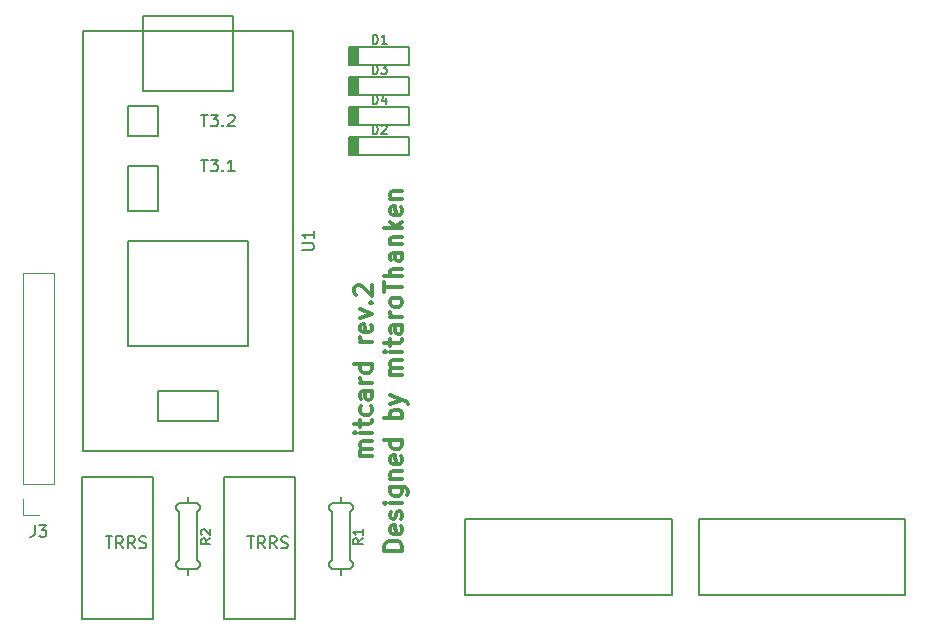
<source format=gto>
G04 #@! TF.GenerationSoftware,KiCad,Pcbnew,(5.0.2)-1*
G04 #@! TF.CreationDate,2019-04-07T10:59:11+09:00*
G04 #@! TF.ProjectId,mitcard,6d697463-6172-4642-9e6b-696361645f70,rev?*
G04 #@! TF.SameCoordinates,Original*
G04 #@! TF.FileFunction,Legend,Top*
G04 #@! TF.FilePolarity,Positive*
%FSLAX46Y46*%
G04 Gerber Fmt 4.6, Leading zero omitted, Abs format (unit mm)*
G04 Created by KiCad (PCBNEW (5.0.2)-1) date 2019/04/07 10:59:11*
%MOMM*%
%LPD*%
G01*
G04 APERTURE LIST*
%ADD10C,0.300000*%
%ADD11C,0.200000*%
%ADD12C,0.150000*%
%ADD13C,0.120000*%
G04 APERTURE END LIST*
D10*
X87403571Y-91214285D02*
X86403571Y-91214285D01*
X86546428Y-91214285D02*
X86475000Y-91142857D01*
X86403571Y-91000000D01*
X86403571Y-90785714D01*
X86475000Y-90642857D01*
X86617857Y-90571428D01*
X87403571Y-90571428D01*
X86617857Y-90571428D02*
X86475000Y-90500000D01*
X86403571Y-90357142D01*
X86403571Y-90142857D01*
X86475000Y-90000000D01*
X86617857Y-89928571D01*
X87403571Y-89928571D01*
X87403571Y-89214285D02*
X86403571Y-89214285D01*
X85903571Y-89214285D02*
X85975000Y-89285714D01*
X86046428Y-89214285D01*
X85975000Y-89142857D01*
X85903571Y-89214285D01*
X86046428Y-89214285D01*
X86403571Y-88714285D02*
X86403571Y-88142857D01*
X85903571Y-88500000D02*
X87189285Y-88500000D01*
X87332142Y-88428571D01*
X87403571Y-88285714D01*
X87403571Y-88142857D01*
X87332142Y-87000000D02*
X87403571Y-87142857D01*
X87403571Y-87428571D01*
X87332142Y-87571428D01*
X87260714Y-87642857D01*
X87117857Y-87714285D01*
X86689285Y-87714285D01*
X86546428Y-87642857D01*
X86475000Y-87571428D01*
X86403571Y-87428571D01*
X86403571Y-87142857D01*
X86475000Y-87000000D01*
X87403571Y-85714285D02*
X86617857Y-85714285D01*
X86475000Y-85785714D01*
X86403571Y-85928571D01*
X86403571Y-86214285D01*
X86475000Y-86357142D01*
X87332142Y-85714285D02*
X87403571Y-85857142D01*
X87403571Y-86214285D01*
X87332142Y-86357142D01*
X87189285Y-86428571D01*
X87046428Y-86428571D01*
X86903571Y-86357142D01*
X86832142Y-86214285D01*
X86832142Y-85857142D01*
X86760714Y-85714285D01*
X87403571Y-85000000D02*
X86403571Y-85000000D01*
X86689285Y-85000000D02*
X86546428Y-84928571D01*
X86475000Y-84857142D01*
X86403571Y-84714285D01*
X86403571Y-84571428D01*
X87403571Y-83428571D02*
X85903571Y-83428571D01*
X87332142Y-83428571D02*
X87403571Y-83571428D01*
X87403571Y-83857142D01*
X87332142Y-84000000D01*
X87260714Y-84071428D01*
X87117857Y-84142857D01*
X86689285Y-84142857D01*
X86546428Y-84071428D01*
X86475000Y-84000000D01*
X86403571Y-83857142D01*
X86403571Y-83571428D01*
X86475000Y-83428571D01*
X87403571Y-81571428D02*
X86403571Y-81571428D01*
X86689285Y-81571428D02*
X86546428Y-81500000D01*
X86475000Y-81428571D01*
X86403571Y-81285714D01*
X86403571Y-81142857D01*
X87332142Y-80071428D02*
X87403571Y-80214285D01*
X87403571Y-80500000D01*
X87332142Y-80642857D01*
X87189285Y-80714285D01*
X86617857Y-80714285D01*
X86475000Y-80642857D01*
X86403571Y-80500000D01*
X86403571Y-80214285D01*
X86475000Y-80071428D01*
X86617857Y-80000000D01*
X86760714Y-80000000D01*
X86903571Y-80714285D01*
X86403571Y-79500000D02*
X87403571Y-79142857D01*
X86403571Y-78785714D01*
X87260714Y-78214285D02*
X87332142Y-78142857D01*
X87403571Y-78214285D01*
X87332142Y-78285714D01*
X87260714Y-78214285D01*
X87403571Y-78214285D01*
X86046428Y-77571428D02*
X85975000Y-77500000D01*
X85903571Y-77357142D01*
X85903571Y-77000000D01*
X85975000Y-76857142D01*
X86046428Y-76785714D01*
X86189285Y-76714285D01*
X86332142Y-76714285D01*
X86546428Y-76785714D01*
X87403571Y-77642857D01*
X87403571Y-76714285D01*
X89953571Y-99214285D02*
X88453571Y-99214285D01*
X88453571Y-98857142D01*
X88525000Y-98642857D01*
X88667857Y-98500000D01*
X88810714Y-98428571D01*
X89096428Y-98357142D01*
X89310714Y-98357142D01*
X89596428Y-98428571D01*
X89739285Y-98500000D01*
X89882142Y-98642857D01*
X89953571Y-98857142D01*
X89953571Y-99214285D01*
X89882142Y-97142857D02*
X89953571Y-97285714D01*
X89953571Y-97571428D01*
X89882142Y-97714285D01*
X89739285Y-97785714D01*
X89167857Y-97785714D01*
X89025000Y-97714285D01*
X88953571Y-97571428D01*
X88953571Y-97285714D01*
X89025000Y-97142857D01*
X89167857Y-97071428D01*
X89310714Y-97071428D01*
X89453571Y-97785714D01*
X89882142Y-96500000D02*
X89953571Y-96357142D01*
X89953571Y-96071428D01*
X89882142Y-95928571D01*
X89739285Y-95857142D01*
X89667857Y-95857142D01*
X89525000Y-95928571D01*
X89453571Y-96071428D01*
X89453571Y-96285714D01*
X89382142Y-96428571D01*
X89239285Y-96500000D01*
X89167857Y-96500000D01*
X89025000Y-96428571D01*
X88953571Y-96285714D01*
X88953571Y-96071428D01*
X89025000Y-95928571D01*
X89953571Y-95214285D02*
X88953571Y-95214285D01*
X88453571Y-95214285D02*
X88525000Y-95285714D01*
X88596428Y-95214285D01*
X88525000Y-95142857D01*
X88453571Y-95214285D01*
X88596428Y-95214285D01*
X88953571Y-93857142D02*
X90167857Y-93857142D01*
X90310714Y-93928571D01*
X90382142Y-94000000D01*
X90453571Y-94142857D01*
X90453571Y-94357142D01*
X90382142Y-94500000D01*
X89882142Y-93857142D02*
X89953571Y-94000000D01*
X89953571Y-94285714D01*
X89882142Y-94428571D01*
X89810714Y-94500000D01*
X89667857Y-94571428D01*
X89239285Y-94571428D01*
X89096428Y-94500000D01*
X89025000Y-94428571D01*
X88953571Y-94285714D01*
X88953571Y-94000000D01*
X89025000Y-93857142D01*
X88953571Y-93142857D02*
X89953571Y-93142857D01*
X89096428Y-93142857D02*
X89025000Y-93071428D01*
X88953571Y-92928571D01*
X88953571Y-92714285D01*
X89025000Y-92571428D01*
X89167857Y-92500000D01*
X89953571Y-92500000D01*
X89882142Y-91214285D02*
X89953571Y-91357142D01*
X89953571Y-91642857D01*
X89882142Y-91785714D01*
X89739285Y-91857142D01*
X89167857Y-91857142D01*
X89025000Y-91785714D01*
X88953571Y-91642857D01*
X88953571Y-91357142D01*
X89025000Y-91214285D01*
X89167857Y-91142857D01*
X89310714Y-91142857D01*
X89453571Y-91857142D01*
X89953571Y-89857142D02*
X88453571Y-89857142D01*
X89882142Y-89857142D02*
X89953571Y-90000000D01*
X89953571Y-90285714D01*
X89882142Y-90428571D01*
X89810714Y-90500000D01*
X89667857Y-90571428D01*
X89239285Y-90571428D01*
X89096428Y-90500000D01*
X89025000Y-90428571D01*
X88953571Y-90285714D01*
X88953571Y-90000000D01*
X89025000Y-89857142D01*
X89953571Y-88000000D02*
X88453571Y-88000000D01*
X89025000Y-88000000D02*
X88953571Y-87857142D01*
X88953571Y-87571428D01*
X89025000Y-87428571D01*
X89096428Y-87357142D01*
X89239285Y-87285714D01*
X89667857Y-87285714D01*
X89810714Y-87357142D01*
X89882142Y-87428571D01*
X89953571Y-87571428D01*
X89953571Y-87857142D01*
X89882142Y-88000000D01*
X88953571Y-86785714D02*
X89953571Y-86428571D01*
X88953571Y-86071428D02*
X89953571Y-86428571D01*
X90310714Y-86571428D01*
X90382142Y-86642857D01*
X90453571Y-86785714D01*
X89953571Y-84357142D02*
X88953571Y-84357142D01*
X89096428Y-84357142D02*
X89025000Y-84285714D01*
X88953571Y-84142857D01*
X88953571Y-83928571D01*
X89025000Y-83785714D01*
X89167857Y-83714285D01*
X89953571Y-83714285D01*
X89167857Y-83714285D02*
X89025000Y-83642857D01*
X88953571Y-83500000D01*
X88953571Y-83285714D01*
X89025000Y-83142857D01*
X89167857Y-83071428D01*
X89953571Y-83071428D01*
X89953571Y-82357142D02*
X88953571Y-82357142D01*
X88453571Y-82357142D02*
X88525000Y-82428571D01*
X88596428Y-82357142D01*
X88525000Y-82285714D01*
X88453571Y-82357142D01*
X88596428Y-82357142D01*
X88953571Y-81857142D02*
X88953571Y-81285714D01*
X88453571Y-81642857D02*
X89739285Y-81642857D01*
X89882142Y-81571428D01*
X89953571Y-81428571D01*
X89953571Y-81285714D01*
X89953571Y-80142857D02*
X89167857Y-80142857D01*
X89025000Y-80214285D01*
X88953571Y-80357142D01*
X88953571Y-80642857D01*
X89025000Y-80785714D01*
X89882142Y-80142857D02*
X89953571Y-80285714D01*
X89953571Y-80642857D01*
X89882142Y-80785714D01*
X89739285Y-80857142D01*
X89596428Y-80857142D01*
X89453571Y-80785714D01*
X89382142Y-80642857D01*
X89382142Y-80285714D01*
X89310714Y-80142857D01*
X89953571Y-79428571D02*
X88953571Y-79428571D01*
X89239285Y-79428571D02*
X89096428Y-79357142D01*
X89025000Y-79285714D01*
X88953571Y-79142857D01*
X88953571Y-79000000D01*
X89953571Y-78285714D02*
X89882142Y-78428571D01*
X89810714Y-78500000D01*
X89667857Y-78571428D01*
X89239285Y-78571428D01*
X89096428Y-78500000D01*
X89025000Y-78428571D01*
X88953571Y-78285714D01*
X88953571Y-78071428D01*
X89025000Y-77928571D01*
X89096428Y-77857142D01*
X89239285Y-77785714D01*
X89667857Y-77785714D01*
X89810714Y-77857142D01*
X89882142Y-77928571D01*
X89953571Y-78071428D01*
X89953571Y-78285714D01*
X88453571Y-77357142D02*
X88453571Y-76500000D01*
X89953571Y-76928571D02*
X88453571Y-76928571D01*
X89953571Y-76000000D02*
X88453571Y-76000000D01*
X89953571Y-75357142D02*
X89167857Y-75357142D01*
X89025000Y-75428571D01*
X88953571Y-75571428D01*
X88953571Y-75785714D01*
X89025000Y-75928571D01*
X89096428Y-76000000D01*
X89953571Y-74000000D02*
X89167857Y-74000000D01*
X89025000Y-74071428D01*
X88953571Y-74214285D01*
X88953571Y-74500000D01*
X89025000Y-74642857D01*
X89882142Y-74000000D02*
X89953571Y-74142857D01*
X89953571Y-74500000D01*
X89882142Y-74642857D01*
X89739285Y-74714285D01*
X89596428Y-74714285D01*
X89453571Y-74642857D01*
X89382142Y-74500000D01*
X89382142Y-74142857D01*
X89310714Y-74000000D01*
X88953571Y-73285714D02*
X89953571Y-73285714D01*
X89096428Y-73285714D02*
X89025000Y-73214285D01*
X88953571Y-73071428D01*
X88953571Y-72857142D01*
X89025000Y-72714285D01*
X89167857Y-72642857D01*
X89953571Y-72642857D01*
X89953571Y-71928571D02*
X88453571Y-71928571D01*
X89382142Y-71785714D02*
X89953571Y-71357142D01*
X88953571Y-71357142D02*
X89525000Y-71928571D01*
X89882142Y-70142857D02*
X89953571Y-70285714D01*
X89953571Y-70571428D01*
X89882142Y-70714285D01*
X89739285Y-70785714D01*
X89167857Y-70785714D01*
X89025000Y-70714285D01*
X88953571Y-70571428D01*
X88953571Y-70285714D01*
X89025000Y-70142857D01*
X89167857Y-70071428D01*
X89310714Y-70071428D01*
X89453571Y-70785714D01*
X88953571Y-69428571D02*
X89953571Y-69428571D01*
X89096428Y-69428571D02*
X89025000Y-69357142D01*
X88953571Y-69214285D01*
X88953571Y-69000000D01*
X89025000Y-68857142D01*
X89167857Y-68785714D01*
X89953571Y-68785714D01*
D11*
X132550000Y-96500000D02*
X115050000Y-96500000D01*
X132550000Y-96500000D02*
X132550000Y-103000000D01*
X115050000Y-103000000D02*
X132550000Y-103000000D01*
X115050000Y-96500000D02*
X115050000Y-103000000D01*
X112800000Y-103000000D02*
X112800000Y-96500000D01*
X95300000Y-103000000D02*
X112800000Y-103000000D01*
X95300000Y-96500000D02*
X95300000Y-103000000D01*
X112800000Y-96500000D02*
X95300000Y-96500000D01*
D12*
G04 #@! TO.C,U1*
X68050000Y-55220000D02*
X68050000Y-53950000D01*
X68050000Y-53950000D02*
X75670000Y-53950000D01*
X75670000Y-53950000D02*
X75670000Y-55220000D01*
X66780000Y-66650000D02*
X66780000Y-70460000D01*
X66780000Y-70460000D02*
X69320000Y-70460000D01*
X69320000Y-70460000D02*
X69320000Y-66650000D01*
X69320000Y-66650000D02*
X66780000Y-66650000D01*
X68050000Y-60300000D02*
X75670000Y-60300000D01*
X75670000Y-60300000D02*
X75670000Y-55220000D01*
X68050000Y-60300000D02*
X68050000Y-55220000D01*
X66780000Y-61570000D02*
X66780000Y-64110000D01*
X66780000Y-64110000D02*
X69320000Y-64110000D01*
X69320000Y-64110000D02*
X69320000Y-61570000D01*
X69320000Y-61570000D02*
X66780000Y-61570000D01*
X74400000Y-88240000D02*
X69320000Y-88240000D01*
X69320000Y-88240000D02*
X69320000Y-85700000D01*
X69320000Y-85700000D02*
X74400000Y-85700000D01*
X74400000Y-85700000D02*
X74400000Y-88240000D01*
X66780000Y-81890000D02*
X76940000Y-81890000D01*
X76940000Y-73000000D02*
X66780000Y-73000000D01*
X76940000Y-81890000D02*
X76940000Y-73000000D01*
X66780000Y-81890000D02*
X66780000Y-73000000D01*
X80750000Y-55220000D02*
X80750000Y-90780000D01*
X80750000Y-90780000D02*
X62970000Y-90780000D01*
X62970000Y-90780000D02*
X62970000Y-55220000D01*
X62970000Y-55220000D02*
X80750000Y-55220000D01*
G04 #@! TO.C,D1*
X86237000Y-56613000D02*
X86237000Y-58137000D01*
X86110000Y-56613000D02*
X86110000Y-58137000D01*
X85983000Y-58137000D02*
X85983000Y-56613000D01*
X85602000Y-56613000D02*
X85602000Y-58137000D01*
X85729000Y-58137000D02*
X85729000Y-56613000D01*
X85856000Y-56613000D02*
X85856000Y-58137000D01*
X90555000Y-56613000D02*
X90047000Y-56613000D01*
X90555000Y-58137000D02*
X90555000Y-56613000D01*
X85475000Y-58137000D02*
X90555000Y-58137000D01*
X85475000Y-56613000D02*
X85475000Y-58137000D01*
X90555000Y-56613000D02*
X85475000Y-56613000D01*
G04 #@! TO.C,D2*
X86237000Y-64233000D02*
X86237000Y-65757000D01*
X86110000Y-64233000D02*
X86110000Y-65757000D01*
X85983000Y-65757000D02*
X85983000Y-64233000D01*
X85602000Y-64233000D02*
X85602000Y-65757000D01*
X85729000Y-65757000D02*
X85729000Y-64233000D01*
X85856000Y-64233000D02*
X85856000Y-65757000D01*
X90555000Y-64233000D02*
X90047000Y-64233000D01*
X90555000Y-65757000D02*
X90555000Y-64233000D01*
X85475000Y-65757000D02*
X90555000Y-65757000D01*
X85475000Y-64233000D02*
X85475000Y-65757000D01*
X90555000Y-64233000D02*
X85475000Y-64233000D01*
G04 #@! TO.C,D3*
X90555000Y-59153000D02*
X85475000Y-59153000D01*
X85475000Y-59153000D02*
X85475000Y-60677000D01*
X85475000Y-60677000D02*
X90555000Y-60677000D01*
X90555000Y-60677000D02*
X90555000Y-59153000D01*
X90555000Y-59153000D02*
X90047000Y-59153000D01*
X85856000Y-59153000D02*
X85856000Y-60677000D01*
X85729000Y-60677000D02*
X85729000Y-59153000D01*
X85602000Y-59153000D02*
X85602000Y-60677000D01*
X85983000Y-60677000D02*
X85983000Y-59153000D01*
X86110000Y-59153000D02*
X86110000Y-60677000D01*
X86237000Y-59153000D02*
X86237000Y-60677000D01*
G04 #@! TO.C,D4*
X90555000Y-61693000D02*
X85475000Y-61693000D01*
X85475000Y-61693000D02*
X85475000Y-63217000D01*
X85475000Y-63217000D02*
X90555000Y-63217000D01*
X90555000Y-63217000D02*
X90555000Y-61693000D01*
X90555000Y-61693000D02*
X90047000Y-61693000D01*
X85856000Y-61693000D02*
X85856000Y-63217000D01*
X85729000Y-63217000D02*
X85729000Y-61693000D01*
X85602000Y-61693000D02*
X85602000Y-63217000D01*
X85983000Y-63217000D02*
X85983000Y-61693000D01*
X86110000Y-61693000D02*
X86110000Y-63217000D01*
X86237000Y-61693000D02*
X86237000Y-63217000D01*
G04 #@! TO.C,J1*
X80860000Y-105000000D02*
X74860000Y-105000000D01*
X74860000Y-105000000D02*
X74860000Y-93000000D01*
X74860000Y-93000000D02*
X80860000Y-93000000D01*
X80860000Y-93000000D02*
X80860000Y-105000000D01*
G04 #@! TO.C,J2*
X68860000Y-93000000D02*
X68860000Y-105000000D01*
X62860000Y-93000000D02*
X68860000Y-93000000D01*
X62860000Y-105000000D02*
X62860000Y-93000000D01*
X68860000Y-105000000D02*
X62860000Y-105000000D01*
G04 #@! TO.C,R1*
X84745000Y-95221000D02*
X84745000Y-94713000D01*
X84745000Y-101317000D02*
X84745000Y-100809000D01*
X85507000Y-100809000D02*
X83983000Y-100809000D01*
X85761000Y-100555000D02*
X85507000Y-100809000D01*
X85761000Y-100301000D02*
X85761000Y-100555000D01*
X85507000Y-100047000D02*
X85761000Y-100301000D01*
X85507000Y-95983000D02*
X85507000Y-100047000D01*
X85761000Y-95729000D02*
X85507000Y-95983000D01*
X85761000Y-95475000D02*
X85761000Y-95729000D01*
X85507000Y-95221000D02*
X85761000Y-95475000D01*
X83983000Y-95221000D02*
X85507000Y-95221000D01*
X83729000Y-95475000D02*
X83983000Y-95221000D01*
X83729000Y-95729000D02*
X83729000Y-95475000D01*
X83983000Y-95983000D02*
X83729000Y-95729000D01*
X83983000Y-100047000D02*
X83983000Y-95983000D01*
X83729000Y-100301000D02*
X83983000Y-100047000D01*
X83729000Y-100555000D02*
X83729000Y-100301000D01*
X83983000Y-100809000D02*
X83729000Y-100555000D01*
G04 #@! TO.C,R2*
X71098000Y-100794000D02*
X70844000Y-100540000D01*
X70844000Y-100540000D02*
X70844000Y-100286000D01*
X70844000Y-100286000D02*
X71098000Y-100032000D01*
X71098000Y-100032000D02*
X71098000Y-95968000D01*
X71098000Y-95968000D02*
X70844000Y-95714000D01*
X70844000Y-95714000D02*
X70844000Y-95460000D01*
X70844000Y-95460000D02*
X71098000Y-95206000D01*
X71098000Y-95206000D02*
X72622000Y-95206000D01*
X72622000Y-95206000D02*
X72876000Y-95460000D01*
X72876000Y-95460000D02*
X72876000Y-95714000D01*
X72876000Y-95714000D02*
X72622000Y-95968000D01*
X72622000Y-95968000D02*
X72622000Y-100032000D01*
X72622000Y-100032000D02*
X72876000Y-100286000D01*
X72876000Y-100286000D02*
X72876000Y-100540000D01*
X72876000Y-100540000D02*
X72622000Y-100794000D01*
X72622000Y-100794000D02*
X71098000Y-100794000D01*
X71860000Y-101302000D02*
X71860000Y-100794000D01*
X71860000Y-95206000D02*
X71860000Y-94698000D01*
D13*
G04 #@! TO.C,J3*
X60500000Y-93570000D02*
X57840000Y-93570000D01*
X60500000Y-93570000D02*
X60500000Y-75730000D01*
X60500000Y-75730000D02*
X57840000Y-75730000D01*
X57840000Y-93570000D02*
X57840000Y-75730000D01*
X57840000Y-96170000D02*
X57840000Y-94840000D01*
X59170000Y-96170000D02*
X57840000Y-96170000D01*
G04 #@! TO.C,U1*
D12*
X81472380Y-73761904D02*
X82281904Y-73761904D01*
X82377142Y-73714285D01*
X82424761Y-73666666D01*
X82472380Y-73571428D01*
X82472380Y-73380952D01*
X82424761Y-73285714D01*
X82377142Y-73238095D01*
X82281904Y-73190476D01*
X81472380Y-73190476D01*
X82472380Y-72190476D02*
X82472380Y-72761904D01*
X82472380Y-72476190D02*
X81472380Y-72476190D01*
X81615238Y-72571428D01*
X81710476Y-72666666D01*
X81758095Y-72761904D01*
X72923809Y-62292380D02*
X73495238Y-62292380D01*
X73209523Y-63292380D02*
X73209523Y-62292380D01*
X73733333Y-62292380D02*
X74352380Y-62292380D01*
X74019047Y-62673333D01*
X74161904Y-62673333D01*
X74257142Y-62720952D01*
X74304761Y-62768571D01*
X74352380Y-62863809D01*
X74352380Y-63101904D01*
X74304761Y-63197142D01*
X74257142Y-63244761D01*
X74161904Y-63292380D01*
X73876190Y-63292380D01*
X73780952Y-63244761D01*
X73733333Y-63197142D01*
X74780952Y-63197142D02*
X74828571Y-63244761D01*
X74780952Y-63292380D01*
X74733333Y-63244761D01*
X74780952Y-63197142D01*
X74780952Y-63292380D01*
X75209523Y-62387619D02*
X75257142Y-62340000D01*
X75352380Y-62292380D01*
X75590476Y-62292380D01*
X75685714Y-62340000D01*
X75733333Y-62387619D01*
X75780952Y-62482857D01*
X75780952Y-62578095D01*
X75733333Y-62720952D01*
X75161904Y-63292380D01*
X75780952Y-63292380D01*
X72923809Y-66102380D02*
X73495238Y-66102380D01*
X73209523Y-67102380D02*
X73209523Y-66102380D01*
X73733333Y-66102380D02*
X74352380Y-66102380D01*
X74019047Y-66483333D01*
X74161904Y-66483333D01*
X74257142Y-66530952D01*
X74304761Y-66578571D01*
X74352380Y-66673809D01*
X74352380Y-66911904D01*
X74304761Y-67007142D01*
X74257142Y-67054761D01*
X74161904Y-67102380D01*
X73876190Y-67102380D01*
X73780952Y-67054761D01*
X73733333Y-67007142D01*
X74780952Y-67007142D02*
X74828571Y-67054761D01*
X74780952Y-67102380D01*
X74733333Y-67054761D01*
X74780952Y-67007142D01*
X74780952Y-67102380D01*
X75780952Y-67102380D02*
X75209523Y-67102380D01*
X75495238Y-67102380D02*
X75495238Y-66102380D01*
X75400000Y-66245238D01*
X75304761Y-66340476D01*
X75209523Y-66388095D01*
G04 #@! TO.C,D1*
X87449923Y-56336904D02*
X87449923Y-55536904D01*
X87640400Y-55536904D01*
X87754685Y-55575000D01*
X87830876Y-55651190D01*
X87868971Y-55727380D01*
X87907066Y-55879761D01*
X87907066Y-55994047D01*
X87868971Y-56146428D01*
X87830876Y-56222619D01*
X87754685Y-56298809D01*
X87640400Y-56336904D01*
X87449923Y-56336904D01*
X88668971Y-56336904D02*
X88211828Y-56336904D01*
X88440400Y-56336904D02*
X88440400Y-55536904D01*
X88364209Y-55651190D01*
X88288019Y-55727380D01*
X88211828Y-55765476D01*
G04 #@! TO.C,D2*
X87449923Y-63956904D02*
X87449923Y-63156904D01*
X87640400Y-63156904D01*
X87754685Y-63195000D01*
X87830876Y-63271190D01*
X87868971Y-63347380D01*
X87907066Y-63499761D01*
X87907066Y-63614047D01*
X87868971Y-63766428D01*
X87830876Y-63842619D01*
X87754685Y-63918809D01*
X87640400Y-63956904D01*
X87449923Y-63956904D01*
X88211828Y-63233095D02*
X88249923Y-63195000D01*
X88326114Y-63156904D01*
X88516590Y-63156904D01*
X88592780Y-63195000D01*
X88630876Y-63233095D01*
X88668971Y-63309285D01*
X88668971Y-63385476D01*
X88630876Y-63499761D01*
X88173733Y-63956904D01*
X88668971Y-63956904D01*
G04 #@! TO.C,D3*
X87449923Y-58876904D02*
X87449923Y-58076904D01*
X87640400Y-58076904D01*
X87754685Y-58115000D01*
X87830876Y-58191190D01*
X87868971Y-58267380D01*
X87907066Y-58419761D01*
X87907066Y-58534047D01*
X87868971Y-58686428D01*
X87830876Y-58762619D01*
X87754685Y-58838809D01*
X87640400Y-58876904D01*
X87449923Y-58876904D01*
X88173733Y-58076904D02*
X88668971Y-58076904D01*
X88402304Y-58381666D01*
X88516590Y-58381666D01*
X88592780Y-58419761D01*
X88630876Y-58457857D01*
X88668971Y-58534047D01*
X88668971Y-58724523D01*
X88630876Y-58800714D01*
X88592780Y-58838809D01*
X88516590Y-58876904D01*
X88288019Y-58876904D01*
X88211828Y-58838809D01*
X88173733Y-58800714D01*
G04 #@! TO.C,D4*
X87449923Y-61416904D02*
X87449923Y-60616904D01*
X87640400Y-60616904D01*
X87754685Y-60655000D01*
X87830876Y-60731190D01*
X87868971Y-60807380D01*
X87907066Y-60959761D01*
X87907066Y-61074047D01*
X87868971Y-61226428D01*
X87830876Y-61302619D01*
X87754685Y-61378809D01*
X87640400Y-61416904D01*
X87449923Y-61416904D01*
X88592780Y-60883571D02*
X88592780Y-61416904D01*
X88402304Y-60578809D02*
X88211828Y-61150238D01*
X88707066Y-61150238D01*
G04 #@! TO.C,J1*
X76848095Y-98002380D02*
X77419523Y-98002380D01*
X77133809Y-99002380D02*
X77133809Y-98002380D01*
X78324285Y-99002380D02*
X77990952Y-98526190D01*
X77752857Y-99002380D02*
X77752857Y-98002380D01*
X78133809Y-98002380D01*
X78229047Y-98050000D01*
X78276666Y-98097619D01*
X78324285Y-98192857D01*
X78324285Y-98335714D01*
X78276666Y-98430952D01*
X78229047Y-98478571D01*
X78133809Y-98526190D01*
X77752857Y-98526190D01*
X79324285Y-99002380D02*
X78990952Y-98526190D01*
X78752857Y-99002380D02*
X78752857Y-98002380D01*
X79133809Y-98002380D01*
X79229047Y-98050000D01*
X79276666Y-98097619D01*
X79324285Y-98192857D01*
X79324285Y-98335714D01*
X79276666Y-98430952D01*
X79229047Y-98478571D01*
X79133809Y-98526190D01*
X78752857Y-98526190D01*
X79705238Y-98954761D02*
X79848095Y-99002380D01*
X80086190Y-99002380D01*
X80181428Y-98954761D01*
X80229047Y-98907142D01*
X80276666Y-98811904D01*
X80276666Y-98716666D01*
X80229047Y-98621428D01*
X80181428Y-98573809D01*
X80086190Y-98526190D01*
X79895714Y-98478571D01*
X79800476Y-98430952D01*
X79752857Y-98383333D01*
X79705238Y-98288095D01*
X79705238Y-98192857D01*
X79752857Y-98097619D01*
X79800476Y-98050000D01*
X79895714Y-98002380D01*
X80133809Y-98002380D01*
X80276666Y-98050000D01*
G04 #@! TO.C,J2*
X64848095Y-98002380D02*
X65419523Y-98002380D01*
X65133809Y-99002380D02*
X65133809Y-98002380D01*
X66324285Y-99002380D02*
X65990952Y-98526190D01*
X65752857Y-99002380D02*
X65752857Y-98002380D01*
X66133809Y-98002380D01*
X66229047Y-98050000D01*
X66276666Y-98097619D01*
X66324285Y-98192857D01*
X66324285Y-98335714D01*
X66276666Y-98430952D01*
X66229047Y-98478571D01*
X66133809Y-98526190D01*
X65752857Y-98526190D01*
X67324285Y-99002380D02*
X66990952Y-98526190D01*
X66752857Y-99002380D02*
X66752857Y-98002380D01*
X67133809Y-98002380D01*
X67229047Y-98050000D01*
X67276666Y-98097619D01*
X67324285Y-98192857D01*
X67324285Y-98335714D01*
X67276666Y-98430952D01*
X67229047Y-98478571D01*
X67133809Y-98526190D01*
X66752857Y-98526190D01*
X67705238Y-98954761D02*
X67848095Y-99002380D01*
X68086190Y-99002380D01*
X68181428Y-98954761D01*
X68229047Y-98907142D01*
X68276666Y-98811904D01*
X68276666Y-98716666D01*
X68229047Y-98621428D01*
X68181428Y-98573809D01*
X68086190Y-98526190D01*
X67895714Y-98478571D01*
X67800476Y-98430952D01*
X67752857Y-98383333D01*
X67705238Y-98288095D01*
X67705238Y-98192857D01*
X67752857Y-98097619D01*
X67800476Y-98050000D01*
X67895714Y-98002380D01*
X68133809Y-98002380D01*
X68276666Y-98050000D01*
G04 #@! TO.C,R1*
X86606904Y-98173733D02*
X86225952Y-98440400D01*
X86606904Y-98630876D02*
X85806904Y-98630876D01*
X85806904Y-98326114D01*
X85845000Y-98249923D01*
X85883095Y-98211828D01*
X85959285Y-98173733D01*
X86073571Y-98173733D01*
X86149761Y-98211828D01*
X86187857Y-98249923D01*
X86225952Y-98326114D01*
X86225952Y-98630876D01*
X86606904Y-97411828D02*
X86606904Y-97868971D01*
X86606904Y-97640400D02*
X85806904Y-97640400D01*
X85921190Y-97716590D01*
X85997380Y-97792780D01*
X86035476Y-97868971D01*
G04 #@! TO.C,R2*
X73721904Y-98158733D02*
X73340952Y-98425400D01*
X73721904Y-98615876D02*
X72921904Y-98615876D01*
X72921904Y-98311114D01*
X72960000Y-98234923D01*
X72998095Y-98196828D01*
X73074285Y-98158733D01*
X73188571Y-98158733D01*
X73264761Y-98196828D01*
X73302857Y-98234923D01*
X73340952Y-98311114D01*
X73340952Y-98615876D01*
X72998095Y-97853971D02*
X72960000Y-97815876D01*
X72921904Y-97739685D01*
X72921904Y-97549209D01*
X72960000Y-97473019D01*
X72998095Y-97434923D01*
X73074285Y-97396828D01*
X73150476Y-97396828D01*
X73264761Y-97434923D01*
X73721904Y-97892066D01*
X73721904Y-97396828D01*
G04 #@! TO.C,J3*
X58836666Y-97062380D02*
X58836666Y-97776666D01*
X58789047Y-97919523D01*
X58693809Y-98014761D01*
X58550952Y-98062380D01*
X58455714Y-98062380D01*
X59217619Y-97062380D02*
X59836666Y-97062380D01*
X59503333Y-97443333D01*
X59646190Y-97443333D01*
X59741428Y-97490952D01*
X59789047Y-97538571D01*
X59836666Y-97633809D01*
X59836666Y-97871904D01*
X59789047Y-97967142D01*
X59741428Y-98014761D01*
X59646190Y-98062380D01*
X59360476Y-98062380D01*
X59265238Y-98014761D01*
X59217619Y-97967142D01*
G04 #@! TD*
M02*

</source>
